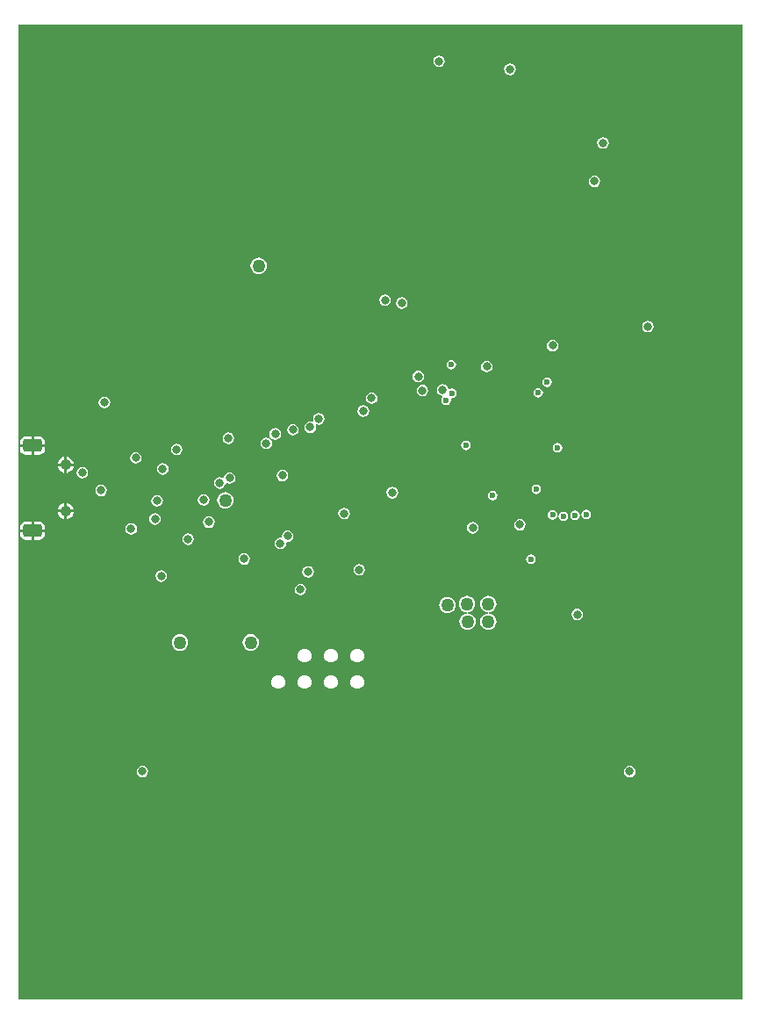
<source format=gbr>
%TF.GenerationSoftware,Altium Limited,Altium Designer,20.2.4 (192)*%
G04 Layer_Physical_Order=2*
G04 Layer_Color=36540*
%FSLAX25Y25*%
%MOIN*%
%TF.SameCoordinates,DD73C85C-3220-4851-94E8-9B28512026BA*%
%TF.FilePolarity,Positive*%
%TF.FileFunction,Copper,L2,Inr,Signal*%
%TF.Part,Single*%
G01*
G75*
%TA.AperFunction,ComponentPad*%
G04:AMPARAMS|DCode=108|XSize=74.8mil|YSize=49.21mil|CornerRadius=12.3mil|HoleSize=0mil|Usage=FLASHONLY|Rotation=0.000|XOffset=0mil|YOffset=0mil|HoleType=Round|Shape=RoundedRectangle|*
%AMROUNDEDRECTD108*
21,1,0.07480,0.02461,0,0,0.0*
21,1,0.05020,0.04921,0,0,0.0*
1,1,0.02461,0.02510,-0.01230*
1,1,0.02461,-0.02510,-0.01230*
1,1,0.02461,-0.02510,0.01230*
1,1,0.02461,0.02510,0.01230*
%
%ADD108ROUNDEDRECTD108*%
%ADD109C,0.04134*%
%ADD110C,0.14961*%
%TA.AperFunction,ViaPad*%
%ADD113C,0.02400*%
%ADD114C,0.02598*%
%ADD115C,0.03150*%
%ADD116C,0.05000*%
%ADD117C,0.02362*%
%ADD118C,0.02756*%
G36*
X275197Y11810D02*
X0D01*
Y381888D01*
X275197D01*
Y11810D01*
D02*
G37*
%LPC*%
G36*
X159843Y370217D02*
X158998Y370049D01*
X158281Y369571D01*
X157803Y368854D01*
X157635Y368010D01*
X157803Y367165D01*
X158281Y366448D01*
X158998Y365970D01*
X159843Y365802D01*
X160687Y365970D01*
X161404Y366448D01*
X161882Y367165D01*
X162050Y368010D01*
X161882Y368854D01*
X161404Y369571D01*
X160687Y370049D01*
X159843Y370217D01*
D02*
G37*
G36*
X186811Y367125D02*
X185966Y366957D01*
X185250Y366478D01*
X184771Y365762D01*
X184603Y364917D01*
X184771Y364072D01*
X185250Y363356D01*
X185966Y362877D01*
X186811Y362709D01*
X187656Y362877D01*
X188372Y363356D01*
X188851Y364072D01*
X189019Y364917D01*
X188851Y365762D01*
X188372Y366478D01*
X187656Y366957D01*
X186811Y367125D01*
D02*
G37*
G36*
X222133Y339141D02*
X221288Y338973D01*
X220572Y338494D01*
X220093Y337778D01*
X219925Y336933D01*
X220093Y336088D01*
X220572Y335372D01*
X221288Y334893D01*
X222133Y334725D01*
X222978Y334893D01*
X223694Y335372D01*
X224173Y336088D01*
X224341Y336933D01*
X224173Y337778D01*
X223694Y338494D01*
X222978Y338973D01*
X222133Y339141D01*
D02*
G37*
G36*
X218898Y324605D02*
X218053Y324437D01*
X217337Y323959D01*
X216858Y323242D01*
X216690Y322397D01*
X216858Y321552D01*
X217337Y320836D01*
X218053Y320358D01*
X218898Y320190D01*
X219742Y320358D01*
X220459Y320836D01*
X220937Y321552D01*
X221105Y322397D01*
X220937Y323242D01*
X220459Y323959D01*
X219742Y324437D01*
X218898Y324605D01*
D02*
G37*
G36*
X91339Y293428D02*
X90532Y293322D01*
X89780Y293010D01*
X89134Y292515D01*
X88639Y291869D01*
X88328Y291118D01*
X88221Y290311D01*
X88328Y289504D01*
X88639Y288752D01*
X89134Y288107D01*
X89780Y287611D01*
X90532Y287300D01*
X91339Y287194D01*
X92145Y287300D01*
X92897Y287611D01*
X93543Y288107D01*
X94038Y288752D01*
X94350Y289504D01*
X94456Y290311D01*
X94350Y291118D01*
X94038Y291869D01*
X93543Y292515D01*
X92897Y293010D01*
X92145Y293322D01*
X91339Y293428D01*
D02*
G37*
G36*
X139357Y279477D02*
X138512Y279309D01*
X137796Y278831D01*
X137317Y278114D01*
X137149Y277269D01*
X137317Y276425D01*
X137796Y275708D01*
X138512Y275230D01*
X139357Y275062D01*
X140202Y275230D01*
X140918Y275708D01*
X141396Y276425D01*
X141565Y277269D01*
X141396Y278114D01*
X140918Y278831D01*
X140202Y279309D01*
X139357Y279477D01*
D02*
G37*
G36*
X145669Y278400D02*
X144824Y278233D01*
X144108Y277754D01*
X143630Y277038D01*
X143462Y276193D01*
X143630Y275348D01*
X144108Y274632D01*
X144824Y274153D01*
X145669Y273985D01*
X146514Y274153D01*
X147230Y274632D01*
X147709Y275348D01*
X147877Y276193D01*
X147709Y277038D01*
X147230Y277754D01*
X146514Y278233D01*
X145669Y278400D01*
D02*
G37*
G36*
X239173Y269487D02*
X238328Y269319D01*
X237612Y268840D01*
X237134Y268124D01*
X236965Y267279D01*
X237134Y266434D01*
X237612Y265718D01*
X238328Y265240D01*
X239173Y265072D01*
X240018Y265240D01*
X240734Y265718D01*
X241213Y266434D01*
X241381Y267279D01*
X241213Y268124D01*
X240734Y268840D01*
X240018Y269319D01*
X239173Y269487D01*
D02*
G37*
G36*
X202953Y262300D02*
X202108Y262132D01*
X201392Y261653D01*
X200913Y260937D01*
X200745Y260092D01*
X200913Y259247D01*
X201392Y258531D01*
X202108Y258052D01*
X202953Y257884D01*
X203798Y258052D01*
X204514Y258531D01*
X204993Y259247D01*
X205160Y260092D01*
X204993Y260937D01*
X204514Y261653D01*
X203798Y262132D01*
X202953Y262300D01*
D02*
G37*
G36*
X164567Y254576D02*
X163876Y254439D01*
X163290Y254047D01*
X162898Y253461D01*
X162761Y252770D01*
X162898Y252079D01*
X163290Y251493D01*
X163876Y251101D01*
X164567Y250964D01*
X165258Y251101D01*
X165844Y251493D01*
X166236Y252079D01*
X166373Y252770D01*
X166236Y253461D01*
X165844Y254047D01*
X165258Y254439D01*
X164567Y254576D01*
D02*
G37*
G36*
X177953Y254330D02*
X177108Y254162D01*
X176392Y253683D01*
X175913Y252967D01*
X175745Y252122D01*
X175913Y251277D01*
X176392Y250561D01*
X177108Y250082D01*
X177953Y249914D01*
X178798Y250082D01*
X179514Y250561D01*
X179992Y251277D01*
X180160Y252122D01*
X179992Y252967D01*
X179514Y253683D01*
X178798Y254162D01*
X177953Y254330D01*
D02*
G37*
G36*
X151968Y250589D02*
X151123Y250421D01*
X150407Y249942D01*
X149928Y249226D01*
X149760Y248381D01*
X149928Y247536D01*
X150407Y246820D01*
X151123Y246342D01*
X151968Y246174D01*
X152813Y246342D01*
X153529Y246820D01*
X154008Y247536D01*
X154176Y248381D01*
X154008Y249226D01*
X153529Y249942D01*
X152813Y250421D01*
X151968Y250589D01*
D02*
G37*
G36*
X200929Y247991D02*
X200238Y247854D01*
X199652Y247462D01*
X199260Y246876D01*
X199123Y246185D01*
X199260Y245494D01*
X199652Y244908D01*
X200238Y244516D01*
X200929Y244379D01*
X201621Y244516D01*
X202206Y244908D01*
X202598Y245494D01*
X202736Y246185D01*
X202598Y246876D01*
X202206Y247462D01*
X201621Y247854D01*
X200929Y247991D01*
D02*
G37*
G36*
X153543Y245243D02*
X152698Y245075D01*
X151982Y244597D01*
X151504Y243880D01*
X151336Y243035D01*
X151504Y242191D01*
X151982Y241474D01*
X152698Y240996D01*
X153543Y240828D01*
X154388Y240996D01*
X155104Y241474D01*
X155583Y242191D01*
X155751Y243035D01*
X155583Y243880D01*
X155104Y244597D01*
X154388Y245075D01*
X153543Y245243D01*
D02*
G37*
G36*
X197583Y243911D02*
X196891Y243774D01*
X196305Y243382D01*
X195914Y242796D01*
X195776Y242105D01*
X195914Y241413D01*
X196305Y240827D01*
X196891Y240436D01*
X197583Y240298D01*
X198274Y240436D01*
X198860Y240827D01*
X199252Y241413D01*
X199389Y242105D01*
X199252Y242796D01*
X198860Y243382D01*
X198274Y243774D01*
X197583Y243911D01*
D02*
G37*
G36*
X134252Y242321D02*
X133407Y242153D01*
X132691Y241675D01*
X132212Y240958D01*
X132044Y240114D01*
X132212Y239269D01*
X132691Y238552D01*
X133407Y238074D01*
X134252Y237906D01*
X135097Y238074D01*
X135813Y238552D01*
X136291Y239269D01*
X136459Y240114D01*
X136291Y240958D01*
X135813Y241675D01*
X135097Y242153D01*
X134252Y242321D01*
D02*
G37*
G36*
X161221Y245432D02*
X160376Y245264D01*
X159659Y244786D01*
X159181Y244070D01*
X159013Y243225D01*
X159181Y242380D01*
X159659Y241664D01*
X160376Y241185D01*
X161081Y241045D01*
X161208Y240811D01*
X161262Y240649D01*
X161275Y240535D01*
X160930Y240018D01*
X160792Y239327D01*
X160930Y238635D01*
X161321Y238049D01*
X161907Y237658D01*
X162598Y237520D01*
X163290Y237658D01*
X163876Y238049D01*
X164267Y238635D01*
X164405Y239327D01*
X164334Y239680D01*
X164732Y240111D01*
X165424Y240248D01*
X166010Y240640D01*
X166401Y241226D01*
X166539Y241917D01*
X166401Y242608D01*
X166010Y243194D01*
X165424Y243586D01*
X164732Y243723D01*
X164041Y243586D01*
X163887Y243483D01*
X163331Y243713D01*
X163260Y244070D01*
X162782Y244786D01*
X162065Y245264D01*
X161221Y245432D01*
D02*
G37*
G36*
X32787Y240661D02*
X31942Y240493D01*
X31225Y240014D01*
X30747Y239298D01*
X30579Y238453D01*
X30747Y237608D01*
X31225Y236892D01*
X31942Y236414D01*
X32787Y236245D01*
X33632Y236414D01*
X34348Y236892D01*
X34826Y237608D01*
X34994Y238453D01*
X34826Y239298D01*
X34348Y240014D01*
X33632Y240493D01*
X32787Y240661D01*
D02*
G37*
G36*
X131102Y237401D02*
X130257Y237232D01*
X129541Y236754D01*
X129063Y236038D01*
X128895Y235193D01*
X129063Y234348D01*
X129541Y233632D01*
X130257Y233153D01*
X131102Y232985D01*
X131947Y233153D01*
X132664Y233632D01*
X133142Y234348D01*
X133310Y235193D01*
X133142Y236038D01*
X132664Y236754D01*
X131947Y237232D01*
X131102Y237401D01*
D02*
G37*
G36*
X114173Y234447D02*
X113328Y234279D01*
X112612Y233801D01*
X112133Y233085D01*
X111965Y232240D01*
X112112Y231503D01*
X111864Y231233D01*
X111713Y231141D01*
X110925Y231298D01*
X110080Y231130D01*
X109364Y230651D01*
X108886Y229935D01*
X108717Y229090D01*
X108886Y228245D01*
X109364Y227529D01*
X110080Y227051D01*
X110925Y226883D01*
X111770Y227051D01*
X112486Y227529D01*
X112965Y228245D01*
X113133Y229090D01*
X112986Y229827D01*
X113234Y230097D01*
X113385Y230188D01*
X114173Y230032D01*
X115018Y230200D01*
X115734Y230679D01*
X116213Y231395D01*
X116381Y232240D01*
X116213Y233085D01*
X115734Y233801D01*
X115018Y234279D01*
X114173Y234447D01*
D02*
G37*
G36*
X104331Y230314D02*
X103486Y230146D01*
X102770Y229667D01*
X102291Y228951D01*
X102123Y228106D01*
X102291Y227261D01*
X102770Y226545D01*
X103486Y226066D01*
X104331Y225898D01*
X105176Y226066D01*
X105892Y226545D01*
X106370Y227261D01*
X106538Y228106D01*
X106370Y228951D01*
X105892Y229667D01*
X105176Y230146D01*
X104331Y230314D01*
D02*
G37*
G36*
X97638Y228739D02*
X96793Y228571D01*
X96077Y228092D01*
X95598Y227376D01*
X95430Y226531D01*
X95598Y225686D01*
X96077Y224970D01*
X95796Y224559D01*
X95121Y225010D01*
X94276Y225179D01*
X93431Y225010D01*
X92714Y224532D01*
X92236Y223816D01*
X92068Y222971D01*
X92236Y222126D01*
X92714Y221410D01*
X93431Y220931D01*
X94276Y220763D01*
X95121Y220931D01*
X95837Y221410D01*
X96315Y222126D01*
X96483Y222971D01*
X96315Y223816D01*
X95837Y224532D01*
X96118Y224943D01*
X96793Y224492D01*
X97638Y224324D01*
X98483Y224492D01*
X99199Y224970D01*
X99677Y225686D01*
X99846Y226531D01*
X99677Y227376D01*
X99199Y228092D01*
X98483Y228571D01*
X97638Y228739D01*
D02*
G37*
G36*
X79866Y227085D02*
X79021Y226917D01*
X78305Y226438D01*
X77826Y225722D01*
X77658Y224877D01*
X77826Y224032D01*
X78305Y223316D01*
X79021Y222837D01*
X79866Y222669D01*
X80711Y222837D01*
X81427Y223316D01*
X81906Y224032D01*
X82074Y224877D01*
X81906Y225722D01*
X81427Y226438D01*
X80711Y226917D01*
X79866Y227085D01*
D02*
G37*
G36*
X7984Y225592D02*
X5974D01*
Y222587D01*
X10258D01*
Y223318D01*
X10085Y224188D01*
X9592Y224926D01*
X8854Y225419D01*
X7984Y225592D01*
D02*
G37*
G36*
X4974D02*
X2964D01*
X2094Y225419D01*
X1357Y224926D01*
X864Y224188D01*
X690Y223318D01*
Y222587D01*
X4974D01*
Y225592D01*
D02*
G37*
G36*
X170024Y223976D02*
X169332Y223838D01*
X168746Y223446D01*
X168355Y222860D01*
X168217Y222169D01*
X168355Y221478D01*
X168746Y220892D01*
X169332Y220500D01*
X170024Y220363D01*
X170715Y220500D01*
X171301Y220892D01*
X171693Y221478D01*
X171830Y222169D01*
X171693Y222860D01*
X171301Y223446D01*
X170715Y223838D01*
X170024Y223976D01*
D02*
G37*
G36*
X204866Y223188D02*
X204175Y223051D01*
X203589Y222659D01*
X203197Y222073D01*
X203060Y221382D01*
X203197Y220690D01*
X203589Y220104D01*
X204175Y219713D01*
X204866Y219575D01*
X205557Y219713D01*
X206143Y220104D01*
X206535Y220690D01*
X206673Y221382D01*
X206535Y222073D01*
X206143Y222659D01*
X205557Y223051D01*
X204866Y223188D01*
D02*
G37*
G36*
X10258Y221587D02*
X5974D01*
Y218583D01*
X7984D01*
X8854Y218756D01*
X9592Y219249D01*
X10085Y219987D01*
X10258Y220857D01*
Y221587D01*
D02*
G37*
G36*
X4974D02*
X690D01*
Y220857D01*
X864Y219987D01*
X1357Y219249D01*
X2094Y218756D01*
X2964Y218583D01*
X4974D01*
Y221587D01*
D02*
G37*
G36*
X60236Y222833D02*
X59391Y222666D01*
X58675Y222187D01*
X58197Y221471D01*
X58028Y220626D01*
X58197Y219781D01*
X58675Y219065D01*
X59391Y218586D01*
X60236Y218418D01*
X61081Y218586D01*
X61797Y219065D01*
X62276Y219781D01*
X62444Y220626D01*
X62276Y221471D01*
X61797Y222187D01*
X61081Y222666D01*
X60236Y222833D01*
D02*
G37*
G36*
X44685Y219684D02*
X43840Y219516D01*
X43124Y219037D01*
X42645Y218321D01*
X42477Y217476D01*
X42645Y216631D01*
X43124Y215915D01*
X43840Y215437D01*
X44685Y215268D01*
X45530Y215437D01*
X46246Y215915D01*
X46725Y216631D01*
X46893Y217476D01*
X46725Y218321D01*
X46246Y219037D01*
X45530Y219516D01*
X44685Y219684D01*
D02*
G37*
G36*
X18494Y217773D02*
Y215245D01*
X21022D01*
X20982Y215546D01*
X20673Y216292D01*
X20181Y216932D01*
X19541Y217424D01*
X18795Y217733D01*
X18494Y217773D01*
D02*
G37*
G36*
X17494D02*
X17193Y217733D01*
X16447Y217424D01*
X15807Y216932D01*
X15315Y216292D01*
X15006Y215546D01*
X14966Y215245D01*
X17494D01*
Y217773D01*
D02*
G37*
G36*
X21022Y214245D02*
X18494D01*
Y211717D01*
X18795Y211757D01*
X19541Y212066D01*
X20181Y212558D01*
X20673Y213198D01*
X20982Y213944D01*
X21022Y214245D01*
D02*
G37*
G36*
X17494D02*
X14966D01*
X15006Y213944D01*
X15315Y213198D01*
X15807Y212558D01*
X16447Y212066D01*
X17193Y211757D01*
X17494Y211717D01*
Y214245D01*
D02*
G37*
G36*
X54921Y215452D02*
X54076Y215283D01*
X53360Y214805D01*
X52882Y214089D01*
X52714Y213244D01*
X52882Y212399D01*
X53360Y211683D01*
X54076Y211204D01*
X54921Y211036D01*
X55766Y211204D01*
X56482Y211683D01*
X56961Y212399D01*
X57129Y213244D01*
X56961Y214089D01*
X56482Y214805D01*
X55766Y215283D01*
X54921Y215452D01*
D02*
G37*
G36*
X80315Y212006D02*
X79470Y211839D01*
X78754Y211360D01*
X78275Y210644D01*
X78158Y210053D01*
X77636Y209800D01*
X77420Y209945D01*
X76575Y210113D01*
X75730Y209945D01*
X75014Y209466D01*
X74535Y208750D01*
X74367Y207905D01*
X74535Y207060D01*
X75014Y206344D01*
X75730Y205865D01*
X76575Y205697D01*
X77420Y205865D01*
X78136Y206344D01*
X78614Y207060D01*
X78732Y207651D01*
X79254Y207903D01*
X79470Y207759D01*
X80315Y207591D01*
X81160Y207759D01*
X81876Y208238D01*
X82354Y208954D01*
X82522Y209799D01*
X82354Y210644D01*
X81876Y211360D01*
X81160Y211839D01*
X80315Y212006D01*
D02*
G37*
G36*
X24409Y213975D02*
X23564Y213807D01*
X22848Y213328D01*
X22370Y212612D01*
X22202Y211767D01*
X22370Y210922D01*
X22848Y210206D01*
X23564Y209728D01*
X24409Y209559D01*
X25254Y209728D01*
X25971Y210206D01*
X26449Y210922D01*
X26617Y211767D01*
X26449Y212612D01*
X25971Y213328D01*
X25254Y213807D01*
X24409Y213975D01*
D02*
G37*
G36*
X100394Y212960D02*
X99549Y212792D01*
X98833Y212313D01*
X98354Y211597D01*
X98186Y210752D01*
X98354Y209907D01*
X98833Y209191D01*
X99549Y208712D01*
X100394Y208544D01*
X101239Y208712D01*
X101955Y209191D01*
X102433Y209907D01*
X102602Y210752D01*
X102433Y211597D01*
X101955Y212313D01*
X101239Y212792D01*
X100394Y212960D01*
D02*
G37*
G36*
X196795Y207330D02*
X196104Y207192D01*
X195518Y206801D01*
X195126Y206214D01*
X194989Y205523D01*
X195126Y204832D01*
X195518Y204246D01*
X196104Y203854D01*
X196795Y203717D01*
X197487Y203854D01*
X198073Y204246D01*
X198464Y204832D01*
X198602Y205523D01*
X198464Y206214D01*
X198073Y206801D01*
X197487Y207192D01*
X196795Y207330D01*
D02*
G37*
G36*
X31496Y207282D02*
X30651Y207114D01*
X29935Y206636D01*
X29456Y205920D01*
X29288Y205075D01*
X29456Y204230D01*
X29935Y203514D01*
X30651Y203035D01*
X31496Y202867D01*
X32341Y203035D01*
X33057Y203514D01*
X33536Y204230D01*
X33704Y205075D01*
X33536Y205920D01*
X33057Y206636D01*
X32341Y207114D01*
X31496Y207282D01*
D02*
G37*
G36*
X142126Y206443D02*
X141281Y206275D01*
X140565Y205797D01*
X140086Y205081D01*
X139918Y204236D01*
X140086Y203391D01*
X140565Y202675D01*
X141281Y202196D01*
X142126Y202028D01*
X142971Y202196D01*
X143687Y202675D01*
X144165Y203391D01*
X144334Y204236D01*
X144165Y205081D01*
X143687Y205797D01*
X142971Y206275D01*
X142126Y206443D01*
D02*
G37*
G36*
X180260Y204881D02*
X179569Y204744D01*
X178983Y204352D01*
X178591Y203766D01*
X178454Y203075D01*
X178591Y202383D01*
X178983Y201797D01*
X179569Y201406D01*
X180260Y201268D01*
X180951Y201406D01*
X181537Y201797D01*
X181929Y202383D01*
X182066Y203075D01*
X181929Y203766D01*
X181537Y204352D01*
X180951Y204744D01*
X180260Y204881D01*
D02*
G37*
G36*
X70472Y203700D02*
X69627Y203532D01*
X68911Y203053D01*
X68433Y202337D01*
X68265Y201492D01*
X68433Y200647D01*
X68911Y199931D01*
X69627Y199452D01*
X70472Y199284D01*
X71317Y199452D01*
X72034Y199931D01*
X72512Y200647D01*
X72680Y201492D01*
X72512Y202337D01*
X72034Y203053D01*
X71317Y203532D01*
X70472Y203700D01*
D02*
G37*
G36*
X52756Y203345D02*
X51911Y203177D01*
X51195Y202698D01*
X50716Y201982D01*
X50548Y201137D01*
X50716Y200292D01*
X51195Y199576D01*
X51911Y199098D01*
X52756Y198930D01*
X53601Y199098D01*
X54317Y199576D01*
X54795Y200292D01*
X54963Y201137D01*
X54795Y201982D01*
X54317Y202698D01*
X53601Y203177D01*
X52756Y203345D01*
D02*
G37*
G36*
X78716Y204452D02*
X77910Y204345D01*
X77158Y204034D01*
X76512Y203539D01*
X76017Y202893D01*
X75705Y202141D01*
X75599Y201334D01*
X75705Y200528D01*
X76017Y199776D01*
X76512Y199130D01*
X77158Y198635D01*
X77910Y198323D01*
X78716Y198217D01*
X79523Y198323D01*
X80275Y198635D01*
X80921Y199130D01*
X81416Y199776D01*
X81727Y200528D01*
X81834Y201334D01*
X81727Y202141D01*
X81416Y202893D01*
X80921Y203539D01*
X80275Y204034D01*
X79523Y204345D01*
X78716Y204452D01*
D02*
G37*
G36*
X18494Y200253D02*
Y197725D01*
X21022D01*
X20982Y198026D01*
X20673Y198772D01*
X20181Y199413D01*
X19541Y199904D01*
X18795Y200213D01*
X18494Y200253D01*
D02*
G37*
G36*
X17494D02*
X17193Y200213D01*
X16447Y199904D01*
X15807Y199413D01*
X15315Y198772D01*
X15006Y198026D01*
X14966Y197725D01*
X17494D01*
Y200253D01*
D02*
G37*
G36*
X215748Y197826D02*
X215057Y197688D01*
X214471Y197297D01*
X214079Y196711D01*
X213942Y196019D01*
X214079Y195328D01*
X214471Y194742D01*
X215057Y194351D01*
X215748Y194213D01*
X216439Y194351D01*
X217025Y194742D01*
X217417Y195328D01*
X217554Y196019D01*
X217417Y196711D01*
X217025Y197297D01*
X216439Y197688D01*
X215748Y197826D01*
D02*
G37*
G36*
X21022Y196725D02*
X18494D01*
Y194198D01*
X18795Y194237D01*
X19541Y194546D01*
X20181Y195038D01*
X20673Y195679D01*
X20982Y196425D01*
X21022Y196725D01*
D02*
G37*
G36*
X17494D02*
X14966D01*
X15006Y196425D01*
X15315Y195679D01*
X15807Y195038D01*
X16447Y194546D01*
X17193Y194237D01*
X17494Y194198D01*
Y196725D01*
D02*
G37*
G36*
X123819Y198540D02*
X122974Y198372D01*
X122258Y197893D01*
X121779Y197177D01*
X121611Y196332D01*
X121779Y195487D01*
X122258Y194771D01*
X122974Y194292D01*
X123819Y194124D01*
X124664Y194292D01*
X125380Y194771D01*
X125859Y195487D01*
X126027Y196332D01*
X125859Y197177D01*
X125380Y197893D01*
X124664Y198372D01*
X123819Y198540D01*
D02*
G37*
G36*
X202953Y197629D02*
X202261Y197492D01*
X201676Y197100D01*
X201284Y196514D01*
X201146Y195823D01*
X201284Y195131D01*
X201676Y194545D01*
X202261Y194154D01*
X202953Y194016D01*
X203644Y194154D01*
X204230Y194545D01*
X204622Y195131D01*
X204759Y195823D01*
X204622Y196514D01*
X204230Y197100D01*
X203644Y197492D01*
X202953Y197629D01*
D02*
G37*
G36*
X211559Y197432D02*
X210868Y197295D01*
X210282Y196903D01*
X209890Y196317D01*
X209753Y195626D01*
X209890Y194934D01*
X210282Y194349D01*
X210868Y193957D01*
X211559Y193819D01*
X212250Y193957D01*
X212836Y194349D01*
X213228Y194934D01*
X213365Y195626D01*
X213228Y196317D01*
X212836Y196903D01*
X212250Y197295D01*
X211559Y197432D01*
D02*
G37*
G36*
X207087Y197038D02*
X206395Y196901D01*
X205809Y196509D01*
X205418Y195923D01*
X205280Y195232D01*
X205418Y194541D01*
X205809Y193955D01*
X206395Y193563D01*
X207087Y193426D01*
X207778Y193563D01*
X208364Y193955D01*
X208755Y194541D01*
X208893Y195232D01*
X208755Y195923D01*
X208364Y196509D01*
X207778Y196901D01*
X207087Y197038D01*
D02*
G37*
G36*
X51968Y196456D02*
X51124Y196288D01*
X50407Y195809D01*
X49929Y195093D01*
X49761Y194248D01*
X49929Y193403D01*
X50407Y192687D01*
X51124Y192208D01*
X51968Y192040D01*
X52813Y192208D01*
X53530Y192687D01*
X54008Y193403D01*
X54176Y194248D01*
X54008Y195093D01*
X53530Y195809D01*
X52813Y196288D01*
X51968Y196456D01*
D02*
G37*
G36*
X72441Y195274D02*
X71596Y195106D01*
X70880Y194628D01*
X70401Y193912D01*
X70233Y193067D01*
X70401Y192222D01*
X70880Y191506D01*
X71596Y191027D01*
X72441Y190859D01*
X73286Y191027D01*
X74002Y191506D01*
X74481Y192222D01*
X74649Y193067D01*
X74481Y193912D01*
X74002Y194628D01*
X73286Y195106D01*
X72441Y195274D01*
D02*
G37*
G36*
X7984Y193387D02*
X5974D01*
Y190383D01*
X10258D01*
Y191113D01*
X10085Y191983D01*
X9592Y192721D01*
X8854Y193214D01*
X7984Y193387D01*
D02*
G37*
G36*
X4974D02*
X2964D01*
X2094Y193214D01*
X1357Y192721D01*
X864Y191983D01*
X690Y191113D01*
Y190383D01*
X4974D01*
Y193387D01*
D02*
G37*
G36*
X190551Y194290D02*
X189706Y194122D01*
X188990Y193643D01*
X188512Y192927D01*
X188344Y192082D01*
X188512Y191237D01*
X188990Y190521D01*
X189706Y190043D01*
X190551Y189874D01*
X191396Y190043D01*
X192112Y190521D01*
X192591Y191237D01*
X192759Y192082D01*
X192591Y192927D01*
X192112Y193643D01*
X191396Y194122D01*
X190551Y194290D01*
D02*
G37*
G36*
X172638Y193109D02*
X171793Y192941D01*
X171077Y192463D01*
X170598Y191746D01*
X170430Y190901D01*
X170598Y190057D01*
X171077Y189340D01*
X171793Y188862D01*
X172638Y188694D01*
X173483Y188862D01*
X174199Y189340D01*
X174678Y190057D01*
X174846Y190901D01*
X174678Y191746D01*
X174199Y192463D01*
X173483Y192941D01*
X172638Y193109D01*
D02*
G37*
G36*
X42913Y192715D02*
X42068Y192547D01*
X41352Y192069D01*
X40874Y191352D01*
X40706Y190508D01*
X40874Y189663D01*
X41352Y188946D01*
X42068Y188468D01*
X42913Y188300D01*
X43758Y188468D01*
X44475Y188946D01*
X44953Y189663D01*
X45121Y190508D01*
X44953Y191352D01*
X44475Y192069D01*
X43758Y192547D01*
X42913Y192715D01*
D02*
G37*
G36*
X102362Y189959D02*
X101517Y189791D01*
X100801Y189313D01*
X100322Y188596D01*
X100154Y187752D01*
X100202Y187509D01*
X99849Y187155D01*
X99606Y187204D01*
X98761Y187036D01*
X98045Y186557D01*
X97567Y185841D01*
X97399Y184996D01*
X97567Y184151D01*
X98045Y183435D01*
X98761Y182956D01*
X99606Y182788D01*
X100451Y182956D01*
X101167Y183435D01*
X101646Y184151D01*
X101814Y184996D01*
X101766Y185239D01*
X102119Y185592D01*
X102362Y185544D01*
X103207Y185712D01*
X103923Y186190D01*
X104402Y186907D01*
X104570Y187752D01*
X104402Y188596D01*
X103923Y189313D01*
X103207Y189791D01*
X102362Y189959D01*
D02*
G37*
G36*
X10258Y189383D02*
X5974D01*
Y186378D01*
X7984D01*
X8854Y186551D01*
X9592Y187045D01*
X10085Y187782D01*
X10258Y188652D01*
Y189383D01*
D02*
G37*
G36*
X4974D02*
X690D01*
Y188652D01*
X864Y187782D01*
X1357Y187045D01*
X2094Y186551D01*
X2964Y186378D01*
X4974D01*
Y189383D01*
D02*
G37*
G36*
X64567Y188778D02*
X63722Y188610D01*
X63006Y188132D01*
X62527Y187416D01*
X62359Y186571D01*
X62527Y185726D01*
X63006Y185010D01*
X63722Y184531D01*
X64567Y184363D01*
X65412Y184531D01*
X66128Y185010D01*
X66607Y185726D01*
X66775Y186571D01*
X66607Y187416D01*
X66128Y188132D01*
X65412Y188610D01*
X64567Y188778D01*
D02*
G37*
G36*
X194685Y180814D02*
X193994Y180676D01*
X193408Y180284D01*
X193016Y179698D01*
X192879Y179007D01*
X193016Y178316D01*
X193408Y177730D01*
X193994Y177338D01*
X194685Y177201D01*
X195376Y177338D01*
X195962Y177730D01*
X196354Y178316D01*
X196491Y179007D01*
X196354Y179698D01*
X195962Y180284D01*
X195376Y180676D01*
X194685Y180814D01*
D02*
G37*
G36*
X85826Y181298D02*
X84982Y181130D01*
X84265Y180651D01*
X83787Y179935D01*
X83619Y179090D01*
X83787Y178245D01*
X84265Y177529D01*
X84982Y177050D01*
X85826Y176882D01*
X86671Y177050D01*
X87388Y177529D01*
X87866Y178245D01*
X88034Y179090D01*
X87866Y179935D01*
X87388Y180651D01*
X86671Y181130D01*
X85826Y181298D01*
D02*
G37*
G36*
X129528Y177164D02*
X128683Y176996D01*
X127966Y176518D01*
X127488Y175801D01*
X127320Y174957D01*
X127488Y174112D01*
X127966Y173395D01*
X128683Y172917D01*
X129528Y172749D01*
X130372Y172917D01*
X131089Y173395D01*
X131567Y174112D01*
X131735Y174957D01*
X131567Y175801D01*
X131089Y176518D01*
X130372Y176996D01*
X129528Y177164D01*
D02*
G37*
G36*
X110157Y176377D02*
X109313Y176209D01*
X108596Y175730D01*
X108118Y175014D01*
X107950Y174169D01*
X108118Y173324D01*
X108596Y172608D01*
X109313Y172129D01*
X110157Y171961D01*
X111002Y172129D01*
X111719Y172608D01*
X112197Y173324D01*
X112365Y174169D01*
X112197Y175014D01*
X111719Y175730D01*
X111002Y176209D01*
X110157Y176377D01*
D02*
G37*
G36*
X54331Y174802D02*
X53486Y174634D01*
X52770Y174155D01*
X52291Y173439D01*
X52123Y172594D01*
X52291Y171749D01*
X52770Y171033D01*
X53486Y170555D01*
X54331Y170387D01*
X55176Y170555D01*
X55892Y171033D01*
X56370Y171749D01*
X56538Y172594D01*
X56370Y173439D01*
X55892Y174155D01*
X55176Y174634D01*
X54331Y174802D01*
D02*
G37*
G36*
X107205Y169684D02*
X106360Y169516D01*
X105644Y169037D01*
X105165Y168321D01*
X104997Y167476D01*
X105165Y166631D01*
X105644Y165915D01*
X106360Y165436D01*
X107205Y165268D01*
X108050Y165436D01*
X108766Y165915D01*
X109244Y166631D01*
X109412Y167476D01*
X109244Y168321D01*
X108766Y169037D01*
X108050Y169516D01*
X107205Y169684D01*
D02*
G37*
G36*
X162992Y164688D02*
X162185Y164582D01*
X161433Y164270D01*
X160788Y163775D01*
X160292Y163129D01*
X159981Y162377D01*
X159875Y161571D01*
X159981Y160764D01*
X160292Y160012D01*
X160788Y159366D01*
X161433Y158871D01*
X162185Y158560D01*
X162992Y158453D01*
X163799Y158560D01*
X164551Y158871D01*
X165196Y159366D01*
X165692Y160012D01*
X166003Y160764D01*
X166109Y161571D01*
X166003Y162377D01*
X165692Y163129D01*
X165196Y163775D01*
X164551Y164270D01*
X163799Y164582D01*
X162992Y164688D01*
D02*
G37*
G36*
X212332Y160230D02*
X211487Y160062D01*
X210770Y159583D01*
X210292Y158867D01*
X210124Y158022D01*
X210292Y157177D01*
X210770Y156461D01*
X211487Y155982D01*
X212332Y155814D01*
X213176Y155982D01*
X213893Y156461D01*
X214371Y157177D01*
X214539Y158022D01*
X214371Y158867D01*
X213893Y159583D01*
X213176Y160062D01*
X212332Y160230D01*
D02*
G37*
G36*
X178543Y165082D02*
X177736Y164975D01*
X176985Y164664D01*
X176339Y164169D01*
X175844Y163523D01*
X175532Y162771D01*
X175426Y161964D01*
X175532Y161158D01*
X175844Y160406D01*
X176339Y159760D01*
X176985Y159265D01*
X177736Y158953D01*
X178225Y158889D01*
X178369Y158870D01*
Y158366D01*
X178225Y158347D01*
X177736Y158282D01*
X176985Y157971D01*
X176339Y157476D01*
X175844Y156830D01*
X175532Y156078D01*
X175426Y155271D01*
X175532Y154465D01*
X175844Y153713D01*
X176339Y153067D01*
X176985Y152572D01*
X177736Y152260D01*
X178543Y152154D01*
X179350Y152260D01*
X180102Y152572D01*
X180747Y153067D01*
X181243Y153713D01*
X181554Y154465D01*
X181660Y155271D01*
X181554Y156078D01*
X181243Y156830D01*
X180747Y157476D01*
X180102Y157971D01*
X179350Y158282D01*
X178862Y158347D01*
X178717Y158366D01*
Y158870D01*
X178862Y158889D01*
X179350Y158953D01*
X180102Y159265D01*
X180747Y159760D01*
X181243Y160406D01*
X181554Y161158D01*
X181660Y161964D01*
X181554Y162771D01*
X181243Y163523D01*
X180747Y164169D01*
X180102Y164664D01*
X179350Y164975D01*
X178543Y165082D01*
D02*
G37*
G36*
X170473D02*
X169666Y164975D01*
X168914Y164664D01*
X168268Y164169D01*
X167773Y163523D01*
X167461Y162771D01*
X167355Y161964D01*
X167461Y161158D01*
X167773Y160406D01*
X168268Y159760D01*
X168914Y159265D01*
X169666Y158953D01*
X170245Y158877D01*
X170397Y158857D01*
Y158353D01*
X170263Y158335D01*
X169862Y158282D01*
X169111Y157971D01*
X168465Y157476D01*
X167970Y156830D01*
X167658Y156078D01*
X167552Y155271D01*
X167658Y154465D01*
X167970Y153713D01*
X168465Y153067D01*
X169111Y152572D01*
X169862Y152260D01*
X170669Y152154D01*
X171476Y152260D01*
X172228Y152572D01*
X172873Y153067D01*
X173369Y153713D01*
X173680Y154465D01*
X173786Y155271D01*
X173680Y156078D01*
X173369Y156830D01*
X172873Y157476D01*
X172228Y157971D01*
X171476Y158282D01*
X170897Y158359D01*
X170745Y158379D01*
Y158883D01*
X170879Y158901D01*
X171279Y158953D01*
X172031Y159265D01*
X172677Y159760D01*
X173172Y160406D01*
X173483Y161158D01*
X173590Y161964D01*
X173483Y162771D01*
X173172Y163523D01*
X172677Y164169D01*
X172031Y164664D01*
X171279Y164975D01*
X170473Y165082D01*
D02*
G37*
G36*
X88386Y150499D02*
X87579Y150393D01*
X86827Y150081D01*
X86182Y149586D01*
X85686Y148940D01*
X85375Y148188D01*
X85269Y147382D01*
X85375Y146575D01*
X85686Y145823D01*
X86182Y145177D01*
X86827Y144682D01*
X87579Y144371D01*
X88386Y144264D01*
X89193Y144371D01*
X89944Y144682D01*
X90590Y145177D01*
X91085Y145823D01*
X91397Y146575D01*
X91503Y147382D01*
X91397Y148188D01*
X91085Y148940D01*
X90590Y149586D01*
X89944Y150081D01*
X89193Y150393D01*
X88386Y150499D01*
D02*
G37*
G36*
X61456D02*
X60649Y150393D01*
X59898Y150081D01*
X59252Y149586D01*
X58757Y148940D01*
X58445Y148188D01*
X58339Y147382D01*
X58445Y146575D01*
X58757Y145823D01*
X59252Y145177D01*
X59898Y144682D01*
X60649Y144371D01*
X61456Y144264D01*
X62263Y144371D01*
X63015Y144682D01*
X63661Y145177D01*
X64156Y145823D01*
X64467Y146575D01*
X64574Y147382D01*
X64467Y148188D01*
X64156Y148940D01*
X63661Y149586D01*
X63015Y150081D01*
X62263Y150393D01*
X61456Y150499D01*
D02*
G37*
G36*
X128779Y144971D02*
X128103Y144882D01*
X127473Y144621D01*
X126932Y144206D01*
X126517Y143665D01*
X126256Y143034D01*
X126167Y142358D01*
X126256Y141682D01*
X126517Y141051D01*
X126932Y140510D01*
X127473Y140095D01*
X128103Y139834D01*
X128779Y139745D01*
X129456Y139834D01*
X130086Y140095D01*
X130627Y140510D01*
X131042Y141051D01*
X131303Y141682D01*
X131392Y142358D01*
X131303Y143034D01*
X131042Y143665D01*
X130627Y144206D01*
X130086Y144621D01*
X129456Y144882D01*
X128779Y144971D01*
D02*
G37*
G36*
X118780D02*
X118103Y144882D01*
X117473Y144621D01*
X116932Y144206D01*
X116517Y143665D01*
X116256Y143034D01*
X116167Y142358D01*
X116256Y141682D01*
X116517Y141051D01*
X116932Y140510D01*
X117473Y140095D01*
X118103Y139834D01*
X118780Y139745D01*
X119456Y139834D01*
X120086Y140095D01*
X120627Y140510D01*
X121042Y141051D01*
X121303Y141682D01*
X121392Y142358D01*
X121303Y143034D01*
X121042Y143665D01*
X120627Y144206D01*
X120086Y144621D01*
X119456Y144882D01*
X118780Y144971D01*
D02*
G37*
G36*
X108780D02*
X108103Y144882D01*
X107473Y144621D01*
X106932Y144206D01*
X106517Y143665D01*
X106256Y143034D01*
X106167Y142358D01*
X106256Y141682D01*
X106517Y141051D01*
X106932Y140510D01*
X107473Y140095D01*
X108103Y139834D01*
X108780Y139745D01*
X109456Y139834D01*
X110086Y140095D01*
X110627Y140510D01*
X111042Y141051D01*
X111303Y141682D01*
X111392Y142358D01*
X111303Y143034D01*
X111042Y143665D01*
X110627Y144206D01*
X110086Y144621D01*
X109456Y144882D01*
X108780Y144971D01*
D02*
G37*
G36*
X128779Y134971D02*
X128103Y134882D01*
X127473Y134621D01*
X126932Y134206D01*
X126517Y133665D01*
X126256Y133034D01*
X126167Y132358D01*
X126256Y131682D01*
X126517Y131052D01*
X126932Y130510D01*
X127473Y130095D01*
X128103Y129834D01*
X128779Y129745D01*
X129456Y129834D01*
X130086Y130095D01*
X130627Y130510D01*
X131042Y131052D01*
X131303Y131682D01*
X131392Y132358D01*
X131303Y133034D01*
X131042Y133665D01*
X130627Y134206D01*
X130086Y134621D01*
X129456Y134882D01*
X128779Y134971D01*
D02*
G37*
G36*
X118780D02*
X118103Y134882D01*
X117473Y134621D01*
X116932Y134206D01*
X116517Y133665D01*
X116256Y133034D01*
X116167Y132358D01*
X116256Y131682D01*
X116517Y131052D01*
X116932Y130510D01*
X117473Y130095D01*
X118103Y129834D01*
X118780Y129745D01*
X119456Y129834D01*
X120086Y130095D01*
X120627Y130510D01*
X121042Y131052D01*
X121303Y131682D01*
X121392Y132358D01*
X121303Y133034D01*
X121042Y133665D01*
X120627Y134206D01*
X120086Y134621D01*
X119456Y134882D01*
X118780Y134971D01*
D02*
G37*
G36*
X108780D02*
X108103Y134882D01*
X107473Y134621D01*
X106932Y134206D01*
X106517Y133665D01*
X106256Y133034D01*
X106167Y132358D01*
X106256Y131682D01*
X106517Y131052D01*
X106932Y130510D01*
X107473Y130095D01*
X108103Y129834D01*
X108780Y129745D01*
X109456Y129834D01*
X110086Y130095D01*
X110627Y130510D01*
X111042Y131052D01*
X111303Y131682D01*
X111392Y132358D01*
X111303Y133034D01*
X111042Y133665D01*
X110627Y134206D01*
X110086Y134621D01*
X109456Y134882D01*
X108780Y134971D01*
D02*
G37*
G36*
X98779D02*
X98103Y134882D01*
X97473Y134621D01*
X96932Y134206D01*
X96517Y133665D01*
X96256Y133034D01*
X96167Y132358D01*
X96256Y131682D01*
X96517Y131052D01*
X96932Y130510D01*
X97473Y130095D01*
X98103Y129834D01*
X98779Y129745D01*
X99456Y129834D01*
X100086Y130095D01*
X100627Y130510D01*
X101042Y131052D01*
X101303Y131682D01*
X101392Y132358D01*
X101303Y133034D01*
X101042Y133665D01*
X100627Y134206D01*
X100086Y134621D01*
X99456Y134882D01*
X98779Y134971D01*
D02*
G37*
G36*
X232283Y100633D02*
X231439Y100465D01*
X230722Y99986D01*
X230244Y99270D01*
X230076Y98425D01*
X230244Y97580D01*
X230722Y96864D01*
X231439Y96386D01*
X232283Y96217D01*
X233128Y96386D01*
X233845Y96864D01*
X234323Y97580D01*
X234491Y98425D01*
X234323Y99270D01*
X233845Y99986D01*
X233128Y100465D01*
X232283Y100633D01*
D02*
G37*
G36*
X47244D02*
X46399Y100465D01*
X45683Y99986D01*
X45204Y99270D01*
X45036Y98425D01*
X45204Y97580D01*
X45683Y96864D01*
X46399Y96386D01*
X47244Y96217D01*
X48089Y96386D01*
X48805Y96864D01*
X49284Y97580D01*
X49452Y98425D01*
X49284Y99270D01*
X48805Y99986D01*
X48089Y100465D01*
X47244Y100633D01*
D02*
G37*
%LPD*%
D108*
X5474Y189883D02*
D03*
Y222087D02*
D03*
D109*
X17994Y214745D02*
D03*
X17994Y197225D02*
D03*
D110*
X255906Y19685D02*
D03*
X19685D02*
D03*
X255906Y374016D02*
D03*
X19685D02*
D03*
D113*
X206835Y275208D02*
D03*
X202512Y291886D02*
D03*
X205660Y286375D02*
D03*
X208809D02*
D03*
Y283619D02*
D03*
X205660D02*
D03*
Y289131D02*
D03*
X208809D02*
D03*
Y291886D02*
D03*
X202510Y283619D02*
D03*
Y286375D02*
D03*
X205660Y291886D02*
D03*
X202512Y288963D02*
D03*
X211959Y291886D02*
D03*
Y286375D02*
D03*
Y289131D02*
D03*
Y283619D02*
D03*
X85039Y273720D02*
D03*
X81496D02*
D03*
X76378Y251218D02*
D03*
X81496Y259782D02*
D03*
Y265293D02*
D03*
Y262537D02*
D03*
Y268048D02*
D03*
X72215Y265126D02*
D03*
X75197Y268048D02*
D03*
X72047Y262537D02*
D03*
Y259782D02*
D03*
X78347Y268048D02*
D03*
Y265293D02*
D03*
X75197D02*
D03*
Y259782D02*
D03*
X78347D02*
D03*
Y262537D02*
D03*
X75197D02*
D03*
X77362Y296457D02*
D03*
X77362Y305118D02*
D03*
Y302362D02*
D03*
Y307874D02*
D03*
X84350Y318896D02*
D03*
Y316142D02*
D03*
Y310630D02*
D03*
Y313386D02*
D03*
X70276Y318896D02*
D03*
Y316142D02*
D03*
Y310630D02*
D03*
Y313386D02*
D03*
X75732D02*
D03*
X79150D02*
D03*
Y310630D02*
D03*
X75732D02*
D03*
Y316142D02*
D03*
X79150D02*
D03*
Y318896D02*
D03*
X75732D02*
D03*
D114*
X243110Y289327D02*
D03*
Y284602D02*
D03*
X180315Y228697D02*
D03*
X185039D02*
D03*
X189764D02*
D03*
X180315Y223972D02*
D03*
X185039D02*
D03*
X189764D02*
D03*
X180315Y219248D02*
D03*
X185039D02*
D03*
X189764D02*
D03*
D115*
X19089Y228948D02*
D03*
X24409Y245215D02*
D03*
Y255451D02*
D03*
Y236706D02*
D03*
X10214Y232710D02*
D03*
X24409Y264506D02*
D03*
X10214Y268048D02*
D03*
X10258Y320866D02*
D03*
X24409Y316142D02*
D03*
X10258Y283465D02*
D03*
X24409Y288342D02*
D03*
Y307087D02*
D03*
Y296850D02*
D03*
X268779Y358972D02*
D03*
Y338972D02*
D03*
Y318972D02*
D03*
Y298972D02*
D03*
Y278972D02*
D03*
Y238972D02*
D03*
Y218972D02*
D03*
Y198972D02*
D03*
Y178972D02*
D03*
Y158972D02*
D03*
Y138972D02*
D03*
Y118972D02*
D03*
Y78972D02*
D03*
Y58972D02*
D03*
Y38972D02*
D03*
Y18972D02*
D03*
X258780Y358972D02*
D03*
X263779Y348972D02*
D03*
X258780Y338972D02*
D03*
X263779Y328972D02*
D03*
X258780Y318972D02*
D03*
X263779Y308972D02*
D03*
X258780Y298972D02*
D03*
X263779Y288972D02*
D03*
X258780Y238972D02*
D03*
X263779Y228972D02*
D03*
X258780Y218972D02*
D03*
X263779Y208972D02*
D03*
X258780Y198972D02*
D03*
X263779Y188972D02*
D03*
X258780Y178972D02*
D03*
X263779Y168972D02*
D03*
X258780Y158972D02*
D03*
X263779Y148972D02*
D03*
X258780Y138972D02*
D03*
X263779Y128972D02*
D03*
X258780Y118972D02*
D03*
Y78972D02*
D03*
X263779Y68972D02*
D03*
X258780Y58972D02*
D03*
X263779Y48972D02*
D03*
X258780Y38972D02*
D03*
X263779Y28972D02*
D03*
X248780Y358972D02*
D03*
X253780Y348972D02*
D03*
X248780Y338972D02*
D03*
X253780Y328972D02*
D03*
X248780Y318972D02*
D03*
Y298972D02*
D03*
Y238972D02*
D03*
X253780Y228972D02*
D03*
X248780Y218972D02*
D03*
X253780Y208972D02*
D03*
X248780Y198972D02*
D03*
X253780Y188972D02*
D03*
Y148972D02*
D03*
X248780Y138972D02*
D03*
X253780Y128972D02*
D03*
X248780Y118972D02*
D03*
Y78972D02*
D03*
X253780Y68972D02*
D03*
X248780Y58972D02*
D03*
X253780Y48972D02*
D03*
X248780Y38972D02*
D03*
X253780Y28972D02*
D03*
X243779Y368972D02*
D03*
X238779Y358972D02*
D03*
X243779Y348972D02*
D03*
X238779Y338972D02*
D03*
X243779Y328972D02*
D03*
Y308972D02*
D03*
Y268972D02*
D03*
Y248972D02*
D03*
Y228972D02*
D03*
Y208972D02*
D03*
X238779Y198972D02*
D03*
X243779Y188972D02*
D03*
X238779Y178972D02*
D03*
X243779Y148972D02*
D03*
X238779Y138972D02*
D03*
X243779Y128972D02*
D03*
X238779Y118972D02*
D03*
X243779Y108972D02*
D03*
Y88972D02*
D03*
X238779Y78972D02*
D03*
X243779Y68972D02*
D03*
X238779Y58972D02*
D03*
X243779Y48972D02*
D03*
X238779Y38972D02*
D03*
X243779Y28972D02*
D03*
X238779Y18972D02*
D03*
X233780Y368972D02*
D03*
X228780Y358972D02*
D03*
X233780Y348972D02*
D03*
X228780Y338972D02*
D03*
X233780Y328972D02*
D03*
X228780Y298972D02*
D03*
X233780Y268972D02*
D03*
Y248972D02*
D03*
Y228972D02*
D03*
Y188972D02*
D03*
X228780Y178972D02*
D03*
Y158972D02*
D03*
X233780Y148972D02*
D03*
X228780Y138972D02*
D03*
X233780Y128972D02*
D03*
X228780Y118972D02*
D03*
X233780Y108972D02*
D03*
Y88972D02*
D03*
X228780Y78972D02*
D03*
X233780Y68972D02*
D03*
X228780Y58972D02*
D03*
X233780Y48972D02*
D03*
X228780Y38972D02*
D03*
X233780Y28972D02*
D03*
X228780Y18972D02*
D03*
X223780Y368972D02*
D03*
X218779Y358972D02*
D03*
X223780Y348972D02*
D03*
Y308972D02*
D03*
Y268972D02*
D03*
Y188972D02*
D03*
X218779Y158972D02*
D03*
X223780Y148972D02*
D03*
X218779Y138972D02*
D03*
X223780Y128972D02*
D03*
X218779Y118972D02*
D03*
X223780Y108972D02*
D03*
Y88972D02*
D03*
X218779Y78972D02*
D03*
X223780Y68972D02*
D03*
X218779Y58972D02*
D03*
X223780Y48972D02*
D03*
X218779Y38972D02*
D03*
X223780Y28972D02*
D03*
X218779Y18972D02*
D03*
X213779Y368972D02*
D03*
X208780Y358972D02*
D03*
X213779Y348972D02*
D03*
Y328972D02*
D03*
Y308972D02*
D03*
X208780Y138972D02*
D03*
X213779Y128972D02*
D03*
X208780Y118972D02*
D03*
X213779Y108972D02*
D03*
Y88972D02*
D03*
X208780Y78972D02*
D03*
X213779Y68972D02*
D03*
X208780Y58972D02*
D03*
X213779Y48972D02*
D03*
X208780Y38972D02*
D03*
X213779Y28972D02*
D03*
X208780Y18972D02*
D03*
X203780Y368972D02*
D03*
Y348972D02*
D03*
Y328972D02*
D03*
Y308972D02*
D03*
Y268972D02*
D03*
X198779Y138972D02*
D03*
X203780Y128972D02*
D03*
X198779Y118972D02*
D03*
X203780Y108972D02*
D03*
Y88972D02*
D03*
X198779Y78972D02*
D03*
X203780Y68972D02*
D03*
X198779Y58972D02*
D03*
X203780Y48972D02*
D03*
X198779Y38972D02*
D03*
X203780Y28972D02*
D03*
X198779Y18972D02*
D03*
X193780Y368972D02*
D03*
Y348972D02*
D03*
Y328972D02*
D03*
Y308972D02*
D03*
Y288972D02*
D03*
Y268972D02*
D03*
Y168972D02*
D03*
Y148972D02*
D03*
Y128972D02*
D03*
X188779Y118972D02*
D03*
X193780Y108972D02*
D03*
Y88972D02*
D03*
X188779Y78972D02*
D03*
X193780Y68972D02*
D03*
X188779Y58972D02*
D03*
X193780Y48972D02*
D03*
X188779Y38972D02*
D03*
X193780Y28972D02*
D03*
X188779Y18972D02*
D03*
X183780Y348972D02*
D03*
Y328972D02*
D03*
Y308972D02*
D03*
Y288972D02*
D03*
Y268972D02*
D03*
X178779Y138972D02*
D03*
Y118972D02*
D03*
X183780Y108972D02*
D03*
Y88972D02*
D03*
X178779Y78972D02*
D03*
X183780Y68972D02*
D03*
X178779Y58972D02*
D03*
X183780Y48972D02*
D03*
X178779Y38972D02*
D03*
X183780Y28972D02*
D03*
X178779Y18972D02*
D03*
X173779Y328972D02*
D03*
Y308972D02*
D03*
Y288972D02*
D03*
Y268972D02*
D03*
X168780Y198972D02*
D03*
X173779Y148972D02*
D03*
X168780Y138972D02*
D03*
X173779Y128972D02*
D03*
X168780Y118972D02*
D03*
X173779Y108972D02*
D03*
Y88972D02*
D03*
X168780Y78972D02*
D03*
X173779Y68972D02*
D03*
X168780Y58972D02*
D03*
X173779Y48972D02*
D03*
X168780Y38972D02*
D03*
X173779Y28972D02*
D03*
X168780Y18972D02*
D03*
X163779Y348972D02*
D03*
Y328972D02*
D03*
Y308972D02*
D03*
X158780Y298972D02*
D03*
X163779Y288972D02*
D03*
X158780Y198972D02*
D03*
Y178972D02*
D03*
Y138972D02*
D03*
X163779Y128972D02*
D03*
X158780Y118972D02*
D03*
X163779Y108972D02*
D03*
Y88972D02*
D03*
X158780Y78972D02*
D03*
X163779Y68972D02*
D03*
X158780Y58972D02*
D03*
X163779Y48972D02*
D03*
X158780Y38972D02*
D03*
X163779Y28972D02*
D03*
X158780Y18972D02*
D03*
X153779Y368972D02*
D03*
Y308972D02*
D03*
X148779Y298972D02*
D03*
Y278972D02*
D03*
X153779Y268972D02*
D03*
Y228972D02*
D03*
X148779Y218972D02*
D03*
X153779Y208972D02*
D03*
X148779Y178972D02*
D03*
Y138972D02*
D03*
X153779Y128972D02*
D03*
X148779Y118972D02*
D03*
X153779Y108972D02*
D03*
Y88972D02*
D03*
X148779Y78972D02*
D03*
X153779Y68972D02*
D03*
X148779Y58972D02*
D03*
X153779Y48972D02*
D03*
X148779Y38972D02*
D03*
X153779Y28972D02*
D03*
X148779Y18972D02*
D03*
X143780Y368972D02*
D03*
X138779Y298972D02*
D03*
X143780Y288972D02*
D03*
Y228972D02*
D03*
X138779Y218972D02*
D03*
X143780Y168972D02*
D03*
Y128972D02*
D03*
X138779Y118972D02*
D03*
X143780Y108972D02*
D03*
Y88972D02*
D03*
X138779Y78972D02*
D03*
X143780Y68972D02*
D03*
X138779Y58972D02*
D03*
X143780Y48972D02*
D03*
X138779Y38972D02*
D03*
X143780Y28972D02*
D03*
X138779Y18972D02*
D03*
X133780Y368972D02*
D03*
X128779Y358972D02*
D03*
X133780Y308972D02*
D03*
X128779Y298972D02*
D03*
X133780Y288972D02*
D03*
X128779Y278972D02*
D03*
X133780Y248972D02*
D03*
Y208972D02*
D03*
X128779Y198972D02*
D03*
Y178972D02*
D03*
Y118972D02*
D03*
X133780Y108972D02*
D03*
Y88972D02*
D03*
X128779Y78972D02*
D03*
X133780Y68972D02*
D03*
X128779Y58972D02*
D03*
X133780Y48972D02*
D03*
X128779Y38972D02*
D03*
X133780Y28972D02*
D03*
X128779Y18972D02*
D03*
X123779Y368972D02*
D03*
X118780Y358972D02*
D03*
X123779Y308972D02*
D03*
X118780Y298972D02*
D03*
X123779Y288972D02*
D03*
X118780Y278972D02*
D03*
X123779Y268972D02*
D03*
Y248972D02*
D03*
X118780Y178972D02*
D03*
Y118972D02*
D03*
X123779Y108972D02*
D03*
Y88972D02*
D03*
X118780Y78972D02*
D03*
X123779Y68972D02*
D03*
X118780Y58972D02*
D03*
X123779Y48972D02*
D03*
X118780Y38972D02*
D03*
X123779Y28972D02*
D03*
X118780Y18972D02*
D03*
X113779Y368972D02*
D03*
X108780Y358972D02*
D03*
X113779Y328972D02*
D03*
X108780Y278972D02*
D03*
X113779Y268972D02*
D03*
X108780Y258972D02*
D03*
X113779Y148972D02*
D03*
X108780Y118972D02*
D03*
X113779Y108972D02*
D03*
Y88972D02*
D03*
X108780Y78972D02*
D03*
X113779Y68972D02*
D03*
X108780Y58972D02*
D03*
X113779Y48972D02*
D03*
X108780Y38972D02*
D03*
X113779Y28972D02*
D03*
X108780Y18972D02*
D03*
X103779Y368972D02*
D03*
X98779Y358972D02*
D03*
Y338972D02*
D03*
X103779Y328972D02*
D03*
X98779Y318972D02*
D03*
X103779Y268972D02*
D03*
X98779Y258972D02*
D03*
Y158972D02*
D03*
Y118972D02*
D03*
X103779Y108972D02*
D03*
Y88972D02*
D03*
X98779Y78972D02*
D03*
X103779Y68972D02*
D03*
X98779Y58972D02*
D03*
X103779Y48972D02*
D03*
X98779Y38972D02*
D03*
X103779Y28972D02*
D03*
X98779Y18972D02*
D03*
X93779Y368972D02*
D03*
X88779Y358972D02*
D03*
X93779Y328972D02*
D03*
Y308972D02*
D03*
Y148972D02*
D03*
X88779Y138972D02*
D03*
Y118972D02*
D03*
X93779Y108972D02*
D03*
Y88972D02*
D03*
X88779Y78972D02*
D03*
X93779Y68972D02*
D03*
X88779Y58972D02*
D03*
X93779Y48972D02*
D03*
X88779Y38972D02*
D03*
X93779Y28972D02*
D03*
X88779Y18972D02*
D03*
X83780Y368972D02*
D03*
X78780Y358972D02*
D03*
Y338972D02*
D03*
X83780Y328972D02*
D03*
X78780Y138972D02*
D03*
Y118972D02*
D03*
X83780Y108972D02*
D03*
Y88972D02*
D03*
X78780Y78972D02*
D03*
X83780Y68972D02*
D03*
X78780Y58972D02*
D03*
X83780Y48972D02*
D03*
X78780Y38972D02*
D03*
X83780Y28972D02*
D03*
X78780Y18972D02*
D03*
X73779Y368972D02*
D03*
X68779Y358972D02*
D03*
X73779Y328972D02*
D03*
Y288972D02*
D03*
Y228972D02*
D03*
X68779Y138972D02*
D03*
Y118972D02*
D03*
X73779Y108972D02*
D03*
Y88972D02*
D03*
X68779Y78972D02*
D03*
X73779Y68972D02*
D03*
X68779Y58972D02*
D03*
X73779Y48972D02*
D03*
X68779Y38972D02*
D03*
X73779Y28972D02*
D03*
X68779Y18972D02*
D03*
X63779Y368972D02*
D03*
X58780Y358972D02*
D03*
Y338972D02*
D03*
X63779Y328972D02*
D03*
X58780Y318972D02*
D03*
X63779Y308972D02*
D03*
Y288972D02*
D03*
X58780Y278972D02*
D03*
Y238972D02*
D03*
X63779Y168972D02*
D03*
X58780Y158972D02*
D03*
Y138972D02*
D03*
Y118972D02*
D03*
X63779Y108972D02*
D03*
Y88972D02*
D03*
X58780Y78972D02*
D03*
X63779Y68972D02*
D03*
X58780Y58972D02*
D03*
X63779Y48972D02*
D03*
X58780Y38972D02*
D03*
X63779Y28972D02*
D03*
X58780Y18972D02*
D03*
X53780Y368972D02*
D03*
X48779Y338972D02*
D03*
X53780Y328972D02*
D03*
X48779Y318972D02*
D03*
X53780Y308972D02*
D03*
Y288972D02*
D03*
X48779Y278972D02*
D03*
X53780Y268972D02*
D03*
X48779Y238972D02*
D03*
X53780Y228972D02*
D03*
X48779Y158972D02*
D03*
X53780Y148972D02*
D03*
Y128972D02*
D03*
X48779Y118972D02*
D03*
X53780Y108972D02*
D03*
Y88972D02*
D03*
X48779Y78972D02*
D03*
X53780Y68972D02*
D03*
X48779Y58972D02*
D03*
X53780Y48972D02*
D03*
X48779Y38972D02*
D03*
X53780Y28972D02*
D03*
X48779Y18972D02*
D03*
X43780Y368972D02*
D03*
X38780Y358972D02*
D03*
X43780Y328972D02*
D03*
X38780Y318972D02*
D03*
X43780Y308972D02*
D03*
Y288972D02*
D03*
X38780Y278972D02*
D03*
X43780Y268972D02*
D03*
X38780Y258972D02*
D03*
X43780Y228972D02*
D03*
X38780Y178972D02*
D03*
X43780Y168972D02*
D03*
X38780Y158972D02*
D03*
Y138972D02*
D03*
X43780Y128972D02*
D03*
X38780Y118972D02*
D03*
X43780Y108972D02*
D03*
Y88972D02*
D03*
X38780Y78972D02*
D03*
X43780Y68972D02*
D03*
X38780Y58972D02*
D03*
X43780Y48972D02*
D03*
X38780Y38972D02*
D03*
X43780Y28972D02*
D03*
X38780Y18972D02*
D03*
X33779Y368972D02*
D03*
X28780Y358972D02*
D03*
Y338972D02*
D03*
X33779Y328972D02*
D03*
Y308972D02*
D03*
X28780Y278972D02*
D03*
X33779Y268972D02*
D03*
Y208972D02*
D03*
X28780Y178972D02*
D03*
X33779Y168972D02*
D03*
Y148972D02*
D03*
X28780Y138972D02*
D03*
X33779Y128972D02*
D03*
X28780Y118972D02*
D03*
X33779Y108972D02*
D03*
Y88972D02*
D03*
X28780Y78972D02*
D03*
X33779Y68972D02*
D03*
X28780Y58972D02*
D03*
X33779Y48972D02*
D03*
X28780Y38972D02*
D03*
X33779Y28972D02*
D03*
X23779Y328972D02*
D03*
X18779Y278972D02*
D03*
Y178972D02*
D03*
Y158972D02*
D03*
X23779Y148972D02*
D03*
X18779Y138972D02*
D03*
X23779Y128972D02*
D03*
X18779Y118972D02*
D03*
X23779Y108972D02*
D03*
Y88972D02*
D03*
X18779Y78972D02*
D03*
X23779Y68972D02*
D03*
X18779Y58972D02*
D03*
X23779Y48972D02*
D03*
X18779Y38972D02*
D03*
X23779Y28972D02*
D03*
X13780Y328972D02*
D03*
X8779Y198972D02*
D03*
X13780Y188972D02*
D03*
X8779Y178972D02*
D03*
X13780Y168972D02*
D03*
X8779Y158972D02*
D03*
X13780Y148972D02*
D03*
X8779Y138972D02*
D03*
X13780Y128972D02*
D03*
X8779Y118972D02*
D03*
Y78972D02*
D03*
X13780Y68972D02*
D03*
X8779Y58972D02*
D03*
X13780Y48972D02*
D03*
X8779Y38972D02*
D03*
X13780Y28972D02*
D03*
X8779Y18972D02*
D03*
X32787Y238453D02*
D03*
X159843Y368010D02*
D03*
X222133Y336933D02*
D03*
X186811Y364917D02*
D03*
X232283Y98425D02*
D03*
X47244D02*
D03*
X220926Y289327D02*
D03*
X188959Y289917D02*
D03*
X218898Y322397D02*
D03*
X239173Y267279D02*
D03*
X99606Y184996D02*
D03*
X135039Y258618D02*
D03*
X202953Y260092D02*
D03*
X145669Y276193D02*
D03*
X139357Y277269D02*
D03*
X177953Y252122D02*
D03*
X131102Y235193D02*
D03*
X134252Y240114D02*
D03*
X190551Y192082D02*
D03*
X79866Y224877D02*
D03*
X153543Y243035D02*
D03*
X161221Y243225D02*
D03*
X124748Y258027D02*
D03*
X94276Y222971D02*
D03*
X54921Y213244D02*
D03*
X60236Y220626D02*
D03*
X151968Y248381D02*
D03*
X142126Y204236D02*
D03*
X110925Y229090D02*
D03*
X104331Y228106D02*
D03*
X114173Y232240D02*
D03*
X43385Y203958D02*
D03*
X101378Y166098D02*
D03*
X107205Y167476D02*
D03*
X52756Y201137D02*
D03*
X212332Y158022D02*
D03*
X100591Y206452D02*
D03*
X85826Y179090D02*
D03*
X129528Y174957D02*
D03*
X100394Y210752D02*
D03*
X123819Y196332D02*
D03*
X110157Y174169D02*
D03*
X102362Y187752D02*
D03*
X80315Y209799D02*
D03*
X76575Y207905D02*
D03*
X54331Y172594D02*
D03*
X72441Y193067D02*
D03*
X64567Y186571D02*
D03*
X51968Y194248D02*
D03*
X70472Y201492D02*
D03*
X97638Y226531D02*
D03*
X31496Y205075D02*
D03*
X44685Y217476D02*
D03*
X24409Y211767D02*
D03*
X42913Y190508D02*
D03*
X172638Y190901D02*
D03*
D116*
X61456Y147382D02*
D03*
X91339Y290311D02*
D03*
X162992Y161571D02*
D03*
X178543Y155271D02*
D03*
X170669D02*
D03*
X103362Y194658D02*
D03*
X78716Y201334D02*
D03*
X178543Y161964D02*
D03*
X170473D02*
D03*
X88386Y147382D02*
D03*
D117*
X194685Y179007D02*
D03*
X164567Y252770D02*
D03*
X164732Y241917D02*
D03*
X218898Y227319D02*
D03*
X194980Y233815D02*
D03*
X207087Y195232D02*
D03*
X202953Y195823D02*
D03*
X211559Y195626D02*
D03*
X215748Y196019D02*
D03*
X162598Y239327D02*
D03*
X196795Y205523D02*
D03*
X180260Y203075D02*
D03*
X204866Y221382D02*
D03*
X200929Y246185D02*
D03*
X197583Y242105D02*
D03*
X170024Y222169D02*
D03*
D118*
X185039Y199366D02*
D03*
%TF.MD5,e307922363a372c0e9b45985b33b5371*%
M02*

</source>
